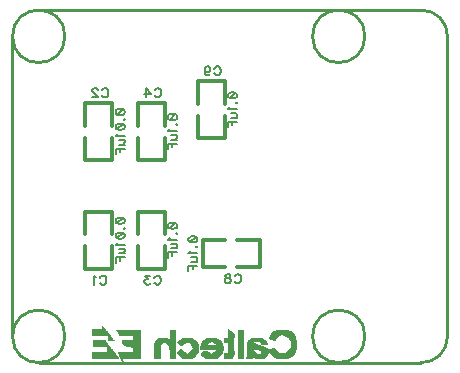
<source format=gbr>
G04 DipTrace 3.3.1.3*
G04 BottomSilk.gbr*
%MOIN*%
G04 #@! TF.FileFunction,Legend,Bot*
G04 #@! TF.Part,Single*
%ADD12C,0.003*%
%ADD16C,0.01*%
%ADD19C,0.012*%
%ADD59C,0.006562*%
%FSLAX26Y26*%
G04*
G70*
G90*
G75*
G01*
G04 BotSilk*
%LPD*%
X345000Y325000D2*
D19*
Y399993D1*
X255000Y325000D2*
Y399993D1*
Y440007D2*
Y515000D1*
X345000Y440007D2*
Y515000D1*
X255000Y325000D2*
X345000D1*
X255000Y515000D2*
X345000D1*
Y687500D2*
Y762493D1*
X255000Y687500D2*
Y762493D1*
Y802507D2*
Y877500D1*
X345000Y802507D2*
Y877500D1*
X255000Y687500D2*
X345000D1*
X255000Y877500D2*
X345000D1*
X520000Y325000D2*
Y399993D1*
X430000Y325000D2*
Y399993D1*
Y440007D2*
Y515000D1*
X520000Y440007D2*
Y515000D1*
X430000Y325000D2*
X520000D1*
X430000Y515000D2*
X520000D1*
Y687500D2*
Y762493D1*
X430000Y687500D2*
Y762493D1*
Y802507D2*
Y877500D1*
X520000Y802507D2*
Y877500D1*
X430000Y687500D2*
X520000D1*
X430000Y877500D2*
X520000D1*
X837500Y420000D2*
X762507D1*
X837500Y330000D2*
X762507D1*
X722493D2*
X647500D1*
X722493Y420000D2*
X647500D1*
X837500Y330000D2*
Y420000D1*
X647500Y330000D2*
Y420000D1*
X630000Y950000D2*
Y875007D1*
X720000Y950000D2*
Y875007D1*
Y834993D2*
Y760000D1*
X630000Y834993D2*
Y760000D1*
X720000Y950000D2*
X630000D1*
X720000Y760000D2*
X630000D1*
X1375000Y1187500D2*
D16*
X100000D1*
X12500Y1100000D2*
G02X12500Y1100000I87500J0D01*
G01*
Y100000D2*
G02X12500Y100000I87500J0D01*
G01*
X1012500D2*
G02X1012500Y100000I87500J0D01*
G01*
Y1100000D2*
G02X1012500Y1100000I87500J0D01*
G01*
X12500D2*
Y100000D1*
X100000Y12500D2*
X1375000D1*
G03X1462500Y100000I2083J85417D01*
G01*
Y1100000D1*
G03X1375000Y1187500I-85417J2083D01*
G01*
X311000Y134500D2*
D12*
D3*
Y131500D2*
X314000D1*
X311000Y128500D2*
X316886D1*
X278000Y125500D2*
X319501D1*
X731000D2*
D3*
X278000Y122500D2*
X321782D1*
X359000D2*
X437000D1*
X536000D2*
X554000D1*
X731000D2*
X734000D1*
X764000D2*
X782000D1*
X893000D2*
X926000D1*
X278000Y119500D2*
X324013D1*
X360848D2*
X437000D1*
X536000D2*
X554000D1*
X731000D2*
X738385D1*
X764000D2*
X782000D1*
X887590D2*
X932795D1*
X278000Y116500D2*
X326490D1*
X362466D2*
X437000D1*
X536000D2*
X554000D1*
X731000D2*
X742246D1*
X764000D2*
X782000D1*
X882847D2*
X938411D1*
X278000Y113500D2*
X329200D1*
X363793D2*
X437000D1*
X536000D2*
X554000D1*
X731000D2*
X745683D1*
X764000D2*
X782000D1*
X878948D2*
X942852D1*
X278000Y110500D2*
X331967D1*
X364978D2*
X437000D1*
X536000D2*
X554000D1*
X731000D2*
X748884D1*
X764000D2*
X782000D1*
X875854D2*
X946521D1*
X278000Y107500D2*
X334532D1*
X366378D2*
X437000D1*
X536000D2*
X554000D1*
X731000D2*
X752000D1*
X764000D2*
X782000D1*
X873468D2*
X949693D1*
X278000Y104500D2*
X336793D1*
X368000D2*
X437000D1*
X536000D2*
X554000D1*
X731000D2*
X750615D1*
X764000D2*
X782000D1*
X871538D2*
X902240D1*
X918809D2*
X952307D1*
X332000Y101500D2*
X339005D1*
X413000D2*
X437000D1*
X536000D2*
X554000D1*
X731000D2*
X749754D1*
X764000D2*
X782000D1*
X869775D2*
X897138D1*
X925213D2*
X954131D1*
X332000Y98500D2*
X341374D1*
X413000D2*
X437000D1*
X536000D2*
X554000D1*
X731000D2*
X749318D1*
X764000D2*
X782000D1*
X867951D2*
X893190D1*
X929828D2*
X955159D1*
X332000Y95500D2*
X343710D1*
X413000D2*
X437000D1*
X500000D2*
X527000D1*
X536000D2*
X554000D1*
X578000D2*
X608000D1*
X659000D2*
X689000D1*
X716000D2*
X749124D1*
X764000D2*
X782000D1*
X809000D2*
X842000D1*
X866000D2*
X890415D1*
X932979D2*
X955653D1*
X332000Y92500D2*
X345839D1*
X413000D2*
X437000D1*
X495729D2*
X554000D1*
X573615D2*
X613410D1*
X654627D2*
X695119D1*
X716000D2*
X749046D1*
X764000D2*
X782000D1*
X804729D2*
X847758D1*
X874625D2*
X888497D1*
X935237D2*
X955867D1*
X332000Y89500D2*
X347891D1*
X413000D2*
X437000D1*
X492264D2*
X554000D1*
X569765D2*
X618153D1*
X650871D2*
X700190D1*
X716000D2*
X749016D1*
X764000D2*
X782000D1*
X801264D2*
X852364D1*
X884000D2*
X887000D1*
X937046D2*
X955951D1*
X281000Y86500D2*
X320000D1*
X332000D2*
X350000D1*
X377000D2*
X437000D1*
X489664D2*
X554000D1*
X566470D2*
X622041D1*
X647829D2*
X704014D1*
X716000D2*
X749006D1*
X764000D2*
X782000D1*
X798664D2*
X855736D1*
X938562D2*
X955983D1*
X281000Y83500D2*
X321974D1*
X377464D2*
X437000D1*
X487740D2*
X554000D1*
X563809D2*
X625040D1*
X645471D2*
X706763D1*
X716000D2*
X749002D1*
X764000D2*
X782000D1*
X796740D2*
X858282D1*
X939716D2*
X955994D1*
X281000Y80500D2*
X324082D1*
X378219D2*
X437000D1*
X486403D2*
X554000D1*
X561605D2*
X627138D1*
X643650D2*
X668552D1*
X682448D2*
X708839D1*
X731000D2*
X749001D1*
X764000D2*
X782000D1*
X795403D2*
X815586D1*
X838448D2*
X859172D1*
X940405D2*
X955998D1*
X281000Y77500D2*
X326513D1*
X379219D2*
X437000D1*
X485638D2*
X509475D1*
X525935D2*
X554000D1*
X563558D2*
X585103D1*
X604874D2*
X628617D1*
X642256D2*
X663604D1*
X687396D2*
X710479D1*
X731000D2*
X749000D1*
X764000D2*
X782000D1*
X794638D2*
X818202D1*
X840396D2*
X859675D1*
X940750D2*
X955999D1*
X281000Y74500D2*
X329207D1*
X380435D2*
X437000D1*
X485265D2*
X507336D1*
X529829D2*
X554000D1*
X567565D2*
X581208D1*
X607384D2*
X629857D1*
X641128D2*
X659000D1*
X692000D2*
X711685D1*
X731000D2*
X749000D1*
X764000D2*
X782000D1*
X794265D2*
X825552D1*
X842000D2*
X860000D1*
X940891D2*
X956000D1*
X281000Y71500D2*
X331969D1*
X384996D2*
X437000D1*
X485103D2*
X505613D1*
X532557D2*
X554000D1*
X572000D2*
X578000D1*
X609280D2*
X630849D1*
X640044D2*
X712394D1*
X731000D2*
X749000D1*
X764000D2*
X782000D1*
X794103D2*
X834711D1*
X940847D2*
X956000D1*
X281000Y68500D2*
X334533D1*
X397728D2*
X437000D1*
X485038D2*
X504356D1*
X534602D2*
X554000D1*
X610759D2*
X631460D1*
X639114D2*
X712746D1*
X731000D2*
X749000D1*
X764000D2*
X782000D1*
X794038D2*
X843826D1*
X940476D2*
X956000D1*
X329000Y65500D2*
X336793D1*
X413000D2*
X437000D1*
X485013D2*
X503622D1*
X535321D2*
X554000D1*
X612298D2*
X631771D1*
X638525D2*
X712901D1*
X731000D2*
X749000D1*
X764000D2*
X782000D1*
X794013D2*
X851493D1*
X939649D2*
X956000D1*
X329000Y62500D2*
X339005D1*
X413000D2*
X437000D1*
X485005D2*
X503260D1*
X535710D2*
X554000D1*
X614000D2*
X631910D1*
X638206D2*
X712963D1*
X731000D2*
X749000D1*
X764000D2*
X782000D1*
X794005D2*
X857631D1*
X881000D2*
X884000D1*
X938383D2*
X956000D1*
X329000Y59500D2*
X341374D1*
X413000D2*
X437000D1*
X485002D2*
X503101D1*
X535887D2*
X554000D1*
X612489D2*
X631955D1*
X638000D2*
X712987D1*
X731000D2*
X749000D1*
X764000D2*
X782000D1*
X794002D2*
X812126D1*
X816557D2*
X863000D1*
X875000D2*
X885986D1*
X936631D2*
X956000D1*
X329000Y56500D2*
X343712D1*
X413000D2*
X437000D1*
X485000D2*
X503037D1*
X535958D2*
X554000D1*
X575000D2*
D3*
X611102D2*
X631871D1*
X695326D2*
X712984D1*
X731000D2*
X749012D1*
X764000D2*
X782000D1*
X794000D2*
X812639D1*
X827934D2*
X888207D1*
X934252D2*
X955988D1*
X329000Y53500D2*
X345866D1*
X413000D2*
X437000D1*
X485000D2*
X503013D1*
X535985D2*
X554000D1*
X569165D2*
X578000D1*
X609220D2*
X631485D1*
X692455D2*
X712870D1*
X731000D2*
X749126D1*
X764000D2*
X782000D1*
X794000D2*
X813611D1*
X836192D2*
X891100D1*
X931151D2*
X955871D1*
X329000Y50500D2*
X348044D1*
X413000D2*
X437000D1*
X485000D2*
X503004D1*
X535995D2*
X554000D1*
X564685D2*
X580206D1*
X606114D2*
X630652D1*
X647000D2*
X656000D1*
X688568D2*
X712383D1*
X731000D2*
X749590D1*
X764000D2*
X782000D1*
X794000D2*
X816330D1*
X842516D2*
X894816D1*
X927290D2*
X955372D1*
X278000Y47500D2*
X350501D1*
X365000D2*
X437000D1*
X485000D2*
X503001D1*
X535998D2*
X554000D1*
X561292D2*
X584760D1*
X601495D2*
X629384D1*
X643331D2*
X663219D1*
X683194D2*
X711259D1*
X731000D2*
X750615D1*
X764000D2*
X782000D1*
X794000D2*
X819910D1*
X842469D2*
X862988D1*
X868897D2*
X899000D1*
X923000D2*
X954154D1*
X278000Y44500D2*
X353204D1*
X365475D2*
X437000D1*
X485000D2*
X503000D1*
X535999D2*
X554000D1*
X562264D2*
X590000D1*
X596000D2*
X627643D1*
X640561D2*
X671000D1*
X677000D2*
X709549D1*
X716000D2*
X752000D1*
X764000D2*
X782000D1*
X794000D2*
X824000D1*
X842000D2*
X862871D1*
X871618D2*
X952155D1*
X278000Y41500D2*
X355968D1*
X366325D2*
X437000D1*
X485000D2*
X503000D1*
X536000D2*
X554000D1*
X564047D2*
X625366D1*
X639755D2*
X707363D1*
X716000D2*
X750489D1*
X764000D2*
X782000D1*
X793988D2*
X862360D1*
X874293D2*
X949527D1*
X278000Y38500D2*
X358530D1*
X367495D2*
X437000D1*
X485000D2*
X503000D1*
X536000D2*
X554000D1*
X566555D2*
X622614D1*
X642611D2*
X704510D1*
X716000D2*
X749127D1*
X764000D2*
X782000D1*
X793874D2*
X861389D1*
X877395D2*
X946204D1*
X278000Y35500D2*
X360766D1*
X368845D2*
X437000D1*
X485000D2*
X503000D1*
X536000D2*
X554000D1*
X569755D2*
X619309D1*
X646810D2*
X700879D1*
X716000D2*
X747482D1*
X764000D2*
X782000D1*
X793410D2*
X858670D1*
X881483D2*
X941727D1*
X278000Y32500D2*
X362865D1*
X370287D2*
X437000D1*
X485000D2*
X503000D1*
X536000D2*
X554000D1*
X573672D2*
X615350D1*
X652515D2*
X696611D1*
X716000D2*
X745362D1*
X764000D2*
X782000D1*
X792385D2*
X812000D1*
X818000D2*
X855090D1*
X887327D2*
X935384D1*
X278000Y29500D2*
X365000D1*
X371761D2*
X437000D1*
X485000D2*
X503000D1*
X536000D2*
X554000D1*
X578000D2*
X611000D1*
X659000D2*
X692000D1*
X716000D2*
X743000D1*
X764000D2*
X782000D1*
X791000D2*
X812000D1*
X824000D2*
X851000D1*
X895484D2*
X926831D1*
X373246Y26500D2*
X377466D1*
X905000D2*
X917000D1*
X374663Y23500D2*
X378235D1*
X375912Y20500D2*
X379135D1*
X377000Y17500D2*
X380000D1*
X311000Y134500D2*
Y131500D1*
Y128500D1*
Y125500D1*
X278000D1*
Y122500D1*
Y119500D1*
Y116500D1*
Y113500D1*
Y110500D1*
Y107500D1*
Y104500D1*
X314000Y131500D2*
X316886Y128500D1*
X319501Y125500D1*
X321782Y122500D1*
X324013Y119500D1*
X326490Y116500D1*
X329200Y113500D1*
X331967Y110500D1*
X334532Y107500D1*
X336793Y104500D1*
X339005Y101500D1*
X341374Y98500D1*
X343710Y95500D1*
X345839Y92500D1*
X347891Y89500D1*
X350000Y86500D1*
X731000Y125500D2*
Y122500D1*
Y119500D1*
Y116500D1*
Y113500D1*
Y110500D1*
Y107500D1*
Y104500D1*
Y101500D1*
Y98500D1*
Y95500D1*
X716000D1*
Y92500D1*
Y89500D1*
Y86500D1*
Y83500D1*
Y80500D1*
X731000D1*
Y77500D1*
Y74500D1*
Y71500D1*
Y68500D1*
Y65500D1*
Y62500D1*
Y59500D1*
Y56500D1*
Y53500D1*
Y50500D1*
Y47500D1*
Y44500D1*
X716000D1*
Y41500D1*
Y38500D1*
Y35500D1*
Y32500D1*
Y29500D1*
X359000Y122500D2*
X360848Y119500D1*
X362466Y116500D1*
X363793Y113500D1*
X364978Y110500D1*
X366378Y107500D1*
X368000Y104500D1*
X437000Y122500D2*
Y119500D1*
Y116500D1*
Y113500D1*
Y110500D1*
Y107500D1*
Y104500D1*
Y101500D1*
Y98500D1*
Y95500D1*
Y92500D1*
Y89500D1*
Y86500D1*
Y83500D1*
Y80500D1*
Y77500D1*
Y74500D1*
Y71500D1*
Y68500D1*
Y65500D1*
Y62500D1*
Y59500D1*
Y56500D1*
Y53500D1*
Y50500D1*
Y47500D1*
Y44500D1*
Y41500D1*
Y38500D1*
Y35500D1*
Y32500D1*
Y29500D1*
X536000Y122500D2*
Y119500D1*
Y116500D1*
Y113500D1*
Y110500D1*
Y107500D1*
Y104500D1*
Y101500D1*
Y98500D1*
Y95500D1*
X554000Y122500D2*
Y119500D1*
Y116500D1*
Y113500D1*
Y110500D1*
Y107500D1*
Y104500D1*
Y101500D1*
Y98500D1*
Y95500D1*
Y92500D1*
Y89500D1*
Y86500D1*
Y83500D1*
Y80500D1*
Y77500D1*
Y74500D1*
Y71500D1*
Y68500D1*
Y65500D1*
Y62500D1*
Y59500D1*
Y56500D1*
Y53500D1*
Y50500D1*
Y47500D1*
Y44500D1*
Y41500D1*
Y38500D1*
Y35500D1*
Y32500D1*
Y29500D1*
X734000Y122500D2*
X738385Y119500D1*
X742246Y116500D1*
X745683Y113500D1*
X748884Y110500D1*
X752000Y107500D1*
X750615Y104500D1*
X749754Y101500D1*
X749318Y98500D1*
X749124Y95500D1*
X749046Y92500D1*
X749016Y89500D1*
X749006Y86500D1*
X749002Y83500D1*
X749001Y80500D1*
X749000Y77500D1*
Y74500D1*
Y71500D1*
Y68500D1*
Y65500D1*
Y62500D1*
Y59500D1*
X749012Y56500D1*
X749126Y53500D1*
X749590Y50500D1*
X750615Y47500D1*
X752000Y44500D1*
X750489Y41500D1*
X749127Y38500D1*
X747482Y35500D1*
X745362Y32500D1*
X743000Y29500D1*
X764000Y122500D2*
Y119500D1*
Y116500D1*
Y113500D1*
Y110500D1*
Y107500D1*
Y104500D1*
Y101500D1*
Y98500D1*
Y95500D1*
Y92500D1*
Y89500D1*
Y86500D1*
Y83500D1*
Y80500D1*
Y77500D1*
Y74500D1*
Y71500D1*
Y68500D1*
Y65500D1*
Y62500D1*
Y59500D1*
Y56500D1*
Y53500D1*
Y50500D1*
Y47500D1*
Y44500D1*
Y41500D1*
Y38500D1*
Y35500D1*
Y32500D1*
Y29500D1*
X782000Y122500D2*
Y119500D1*
Y116500D1*
Y113500D1*
Y110500D1*
Y107500D1*
Y104500D1*
Y101500D1*
Y98500D1*
Y95500D1*
Y92500D1*
Y89500D1*
Y86500D1*
Y83500D1*
Y80500D1*
Y77500D1*
Y74500D1*
Y71500D1*
Y68500D1*
Y65500D1*
Y62500D1*
Y59500D1*
Y56500D1*
Y53500D1*
Y50500D1*
Y47500D1*
Y44500D1*
Y41500D1*
Y38500D1*
Y35500D1*
Y32500D1*
Y29500D1*
X893000Y122500D2*
X887590Y119500D1*
X882847Y116500D1*
X878948Y113500D1*
X875854Y110500D1*
X873468Y107500D1*
X871538Y104500D1*
X869775Y101500D1*
X867951Y98500D1*
X866000Y95500D1*
X874625Y92500D1*
X884000Y89500D1*
X926000Y122500D2*
X932795Y119500D1*
X938411Y116500D1*
X942852Y113500D1*
X946521Y110500D1*
X949693Y107500D1*
X952307Y104500D1*
X954131Y101500D1*
X955159Y98500D1*
X955653Y95500D1*
X955867Y92500D1*
X955951Y89500D1*
X955983Y86500D1*
X955994Y83500D1*
X955998Y80500D1*
X955999Y77500D1*
X956000Y74500D1*
Y71500D1*
Y68500D1*
Y65500D1*
Y62500D1*
Y59500D1*
X955988Y56500D1*
X955871Y53500D1*
X955372Y50500D1*
X954154Y47500D1*
X952155Y44500D1*
X949527Y41500D1*
X946204Y38500D1*
X941727Y35500D1*
X935384Y32500D1*
X926831Y29500D1*
X917000Y26500D1*
X908000Y107500D2*
X902240Y104500D1*
X897138Y101500D1*
X893190Y98500D1*
X890415Y95500D1*
X888497Y92500D1*
X887000Y89500D1*
X911000Y107500D2*
X918809Y104500D1*
X925213Y101500D1*
X929828Y98500D1*
X932979Y95500D1*
X935237Y92500D1*
X937046Y89500D1*
X938562Y86500D1*
X939716Y83500D1*
X940405Y80500D1*
X940750Y77500D1*
X940891Y74500D1*
X940847Y71500D1*
X940476Y68500D1*
X939649Y65500D1*
X938383Y62500D1*
X936631Y59500D1*
X934252Y56500D1*
X931151Y53500D1*
X927290Y50500D1*
X923000Y47500D1*
X332000Y104500D2*
Y101500D1*
Y98500D1*
Y95500D1*
Y92500D1*
Y89500D1*
Y86500D1*
X413000Y104500D2*
Y101500D1*
Y98500D1*
Y95500D1*
Y92500D1*
Y89500D1*
Y86500D1*
X500000Y95500D2*
X495729Y92500D1*
X492264Y89500D1*
X489664Y86500D1*
X487740Y83500D1*
X486403Y80500D1*
X485638Y77500D1*
X485265Y74500D1*
X485103Y71500D1*
X485038Y68500D1*
X485013Y65500D1*
X485005Y62500D1*
X485002Y59500D1*
X485000Y56500D1*
Y53500D1*
Y50500D1*
Y47500D1*
Y44500D1*
Y41500D1*
Y38500D1*
Y35500D1*
Y32500D1*
Y29500D1*
X527000Y95500D2*
X578000D2*
X573615Y92500D1*
X569765Y89500D1*
X566470Y86500D1*
X563809Y83500D1*
X561605Y80500D1*
X563558Y77500D1*
X567565Y74500D1*
X572000Y71500D1*
X608000Y95500D2*
X613410Y92500D1*
X618153Y89500D1*
X622041Y86500D1*
X625040Y83500D1*
X627138Y80500D1*
X628617Y77500D1*
X629857Y74500D1*
X630849Y71500D1*
X631460Y68500D1*
X631771Y65500D1*
X631910Y62500D1*
X631955Y59500D1*
X631871Y56500D1*
X631485Y53500D1*
X630652Y50500D1*
X629384Y47500D1*
X627643Y44500D1*
X625366Y41500D1*
X622614Y38500D1*
X619309Y35500D1*
X615350Y32500D1*
X611000Y29500D1*
X659000Y95500D2*
X654627Y92500D1*
X650871Y89500D1*
X647829Y86500D1*
X645471Y83500D1*
X643650Y80500D1*
X642256Y77500D1*
X641128Y74500D1*
X640044Y71500D1*
X639114Y68500D1*
X638525Y65500D1*
X638206Y62500D1*
X638000Y59500D1*
X689000Y95500D2*
X695119Y92500D1*
X700190Y89500D1*
X704014Y86500D1*
X706763Y83500D1*
X708839Y80500D1*
X710479Y77500D1*
X711685Y74500D1*
X712394Y71500D1*
X712746Y68500D1*
X712901Y65500D1*
X712963Y62500D1*
X712987Y59500D1*
X712984Y56500D1*
X712870Y53500D1*
X712383Y50500D1*
X711259Y47500D1*
X709549Y44500D1*
X707363Y41500D1*
X704510Y38500D1*
X700879Y35500D1*
X696611Y32500D1*
X692000Y29500D1*
X809000Y95500D2*
X804729Y92500D1*
X801264Y89500D1*
X798664Y86500D1*
X796740Y83500D1*
X795403Y80500D1*
X794638Y77500D1*
X794265Y74500D1*
X794103Y71500D1*
X794038Y68500D1*
X794013Y65500D1*
X794005Y62500D1*
X794002Y59500D1*
X794000Y56500D1*
Y53500D1*
Y50500D1*
Y47500D1*
Y44500D1*
X793988Y41500D1*
X793874Y38500D1*
X793410Y35500D1*
X792385Y32500D1*
X791000Y29500D1*
X842000Y95500D2*
X847758Y92500D1*
X852364Y89500D1*
X855736Y86500D1*
X858282Y83500D1*
X859172Y80500D1*
X859675Y77500D1*
X860000Y74500D1*
X281000Y86500D2*
Y83500D1*
Y80500D1*
Y77500D1*
Y74500D1*
Y71500D1*
Y68500D1*
X320000Y86500D2*
X321974Y83500D1*
X324082Y80500D1*
X326513Y77500D1*
X329207Y74500D1*
X331969Y71500D1*
X334533Y68500D1*
X336793Y65500D1*
X339005Y62500D1*
X341374Y59500D1*
X343712Y56500D1*
X345866Y53500D1*
X348044Y50500D1*
X350501Y47500D1*
X353204Y44500D1*
X355968Y41500D1*
X358530Y38500D1*
X360766Y35500D1*
X362865Y32500D1*
X365000Y29500D1*
X377000Y86500D2*
X377464Y83500D1*
X378219Y80500D1*
X379219Y77500D1*
X380435Y74500D1*
X384996Y71500D1*
X397728Y68500D1*
X413000Y65500D1*
Y62500D1*
Y59500D1*
Y56500D1*
Y53500D1*
Y50500D1*
Y47500D1*
X674000Y83500D2*
X668552Y80500D1*
X663604Y77500D1*
X659000Y74500D1*
X677000Y83500D2*
X682448Y80500D1*
X687396Y77500D1*
X692000Y74500D1*
X815000Y83500D2*
X815586Y80500D1*
X818202Y77500D1*
X825552Y74500D1*
X834711Y71500D1*
X843826Y68500D1*
X851493Y65500D1*
X857631Y62500D1*
X863000Y59500D1*
X836000Y83500D2*
X838448Y80500D1*
X840396Y77500D1*
X842000Y74500D1*
X512000Y80500D2*
X509475Y77500D1*
X507336Y74500D1*
X505613Y71500D1*
X504356Y68500D1*
X503622Y65500D1*
X503260Y62500D1*
X503101Y59500D1*
X503037Y56500D1*
X503013Y53500D1*
X503004Y50500D1*
X503001Y47500D1*
X503000Y44500D1*
Y41500D1*
Y38500D1*
Y35500D1*
Y32500D1*
Y29500D1*
X521000Y80500D2*
X525935Y77500D1*
X529829Y74500D1*
X532557Y71500D1*
X534602Y68500D1*
X535321Y65500D1*
X535710Y62500D1*
X535887Y59500D1*
X535958Y56500D1*
X535985Y53500D1*
X535995Y50500D1*
X535998Y47500D1*
X535999Y44500D1*
X536000Y41500D1*
Y38500D1*
Y35500D1*
Y32500D1*
Y29500D1*
X590000Y80500D2*
X585103Y77500D1*
X581208Y74500D1*
X578000Y71500D1*
X602000Y80500D2*
X604874Y77500D1*
X607384Y74500D1*
X609280Y71500D1*
X610759Y68500D1*
X612298Y65500D1*
X614000Y62500D1*
X612489Y59500D1*
X611102Y56500D1*
X609220Y53500D1*
X606114Y50500D1*
X601495Y47500D1*
X596000Y44500D1*
X329000Y68500D2*
Y65500D1*
Y62500D1*
Y59500D1*
Y56500D1*
Y53500D1*
Y50500D1*
Y47500D1*
X881000Y62500D2*
X875000Y59500D1*
X884000Y62500D2*
X885986Y59500D1*
X888207Y56500D1*
X891100Y53500D1*
X894816Y50500D1*
X899000Y47500D1*
X812000Y62500D2*
X812126Y59500D1*
X812639Y56500D1*
X813611Y53500D1*
X816330Y50500D1*
X819910Y47500D1*
X824000Y44500D1*
X803000Y62500D2*
X816557Y59500D1*
X827934Y56500D1*
X836192Y53500D1*
X842516Y50500D1*
X842469Y47500D1*
X842000Y44500D1*
X575000Y56500D2*
X569165Y53500D1*
X564685Y50500D1*
X561292Y47500D1*
X562264Y44500D1*
X564047Y41500D1*
X566555Y38500D1*
X569755Y35500D1*
X573672Y32500D1*
X578000Y29500D1*
X698000Y59500D2*
X695326Y56500D1*
X692455Y53500D1*
X688568Y50500D1*
X683194Y47500D1*
X677000Y44500D1*
X578000Y53500D2*
X580206Y50500D1*
X584760Y47500D1*
X590000Y44500D1*
X647000Y50500D2*
X643331Y47500D1*
X640561Y44500D1*
X639755Y41500D1*
X642611Y38500D1*
X646810Y35500D1*
X652515Y32500D1*
X659000Y29500D1*
X656000Y50500D2*
X663219Y47500D1*
X671000Y44500D1*
X278000Y47500D2*
Y44500D1*
Y41500D1*
Y38500D1*
Y35500D1*
Y32500D1*
Y29500D1*
X365000Y47500D2*
X365475Y44500D1*
X366325Y41500D1*
X367495Y38500D1*
X368845Y35500D1*
X370287Y32500D1*
X371761Y29500D1*
X373246Y26500D1*
X374663Y23500D1*
X375912Y20500D1*
X377000Y17500D1*
X863000Y50500D2*
X862988Y47500D1*
X862871Y44500D1*
X862360Y41500D1*
X861389Y38500D1*
X858670Y35500D1*
X855090Y32500D1*
X851000Y29500D1*
X866000Y50500D2*
X868897Y47500D1*
X871618Y44500D1*
X874293Y41500D1*
X877395Y38500D1*
X881483Y35500D1*
X887327Y32500D1*
X895484Y29500D1*
X905000Y26500D1*
X812000Y35500D2*
Y32500D1*
Y29500D1*
Y35500D2*
X818000Y32500D1*
X824000Y29500D1*
X377000D2*
X377466Y26500D1*
X378235Y23500D1*
X379135Y20500D1*
X380000Y17500D1*
X304399Y295236D2*
D59*
X305825Y298088D1*
X308710Y300973D1*
X311562Y302399D1*
X317299D1*
X320184Y300973D1*
X323036Y298088D1*
X324495Y295236D1*
X325921Y290925D1*
Y283729D1*
X324495Y279451D1*
X323036Y276566D1*
X320184Y273714D1*
X317299Y272255D1*
X311562D1*
X308710Y273714D1*
X305825Y276566D1*
X304399Y279451D1*
X291275Y296629D2*
X288390Y298088D1*
X284079Y302366D1*
Y272255D1*
X356173Y486550D2*
X357599Y490861D1*
X361910Y493747D1*
X369073Y495173D1*
X373384Y495172D1*
X380547Y493747D1*
X384858Y490861D1*
X386284Y486550D1*
Y483699D1*
X384858Y479388D1*
X380547Y476536D1*
X373384Y475076D1*
X369073Y475077D1*
X361910Y476536D1*
X357599Y479388D1*
X356173Y483699D1*
Y486550D1*
X361910Y476536D2*
X380547Y493747D1*
X383399Y460527D2*
X384858Y461953D1*
X386284Y460527D1*
X384858Y459068D1*
X383399Y460527D1*
X356173Y437323D2*
X357599Y441634D1*
X361910Y444519D1*
X369073Y445945D1*
X373384D1*
X380547Y444519D1*
X384858Y441634D1*
X386284Y437323D1*
Y434471D1*
X384858Y430160D1*
X380547Y427308D1*
X373384Y425849D1*
X369073D1*
X361910Y427308D1*
X357599Y430160D1*
X356173Y434471D1*
Y437323D1*
X361910Y427308D2*
X380547Y444519D1*
X361910Y412725D2*
X360451Y409840D1*
X356173Y405529D1*
X386284D1*
X366188Y392406D2*
X380547D1*
X384825Y390980D1*
X386284Y388095D1*
Y383784D1*
X384825Y380932D1*
X380547Y376621D1*
X366188D2*
X386284D1*
X356140Y344828D2*
Y363498D1*
X386284D1*
X370499D2*
Y352024D1*
X310849Y920236D2*
X312275Y923088D1*
X315160Y925973D1*
X318012Y927399D1*
X323749D1*
X326634Y925973D1*
X329486Y923088D1*
X330945Y920236D1*
X332371Y915925D1*
Y908729D1*
X330945Y904451D1*
X329486Y901566D1*
X326634Y898714D1*
X323749Y897255D1*
X318012D1*
X315160Y898714D1*
X312275Y901566D1*
X310849Y904451D1*
X296266Y920203D2*
Y921629D1*
X294840Y924514D1*
X293414Y925940D1*
X290529Y927366D1*
X284792D1*
X281940Y925940D1*
X280514Y924514D1*
X279055Y921629D1*
Y918777D1*
X280514Y915892D1*
X283366Y911614D1*
X297725Y897255D1*
X277629D1*
X356173Y849050D2*
X357599Y853361D1*
X361910Y856247D1*
X369073Y857673D1*
X373384Y857672D1*
X380547Y856247D1*
X384858Y853361D1*
X386284Y849050D1*
Y846199D1*
X384858Y841888D1*
X380547Y839036D1*
X373384Y837576D1*
X369073Y837577D1*
X361910Y839036D1*
X357599Y841888D1*
X356173Y846199D1*
Y849050D1*
X361910Y839036D2*
X380547Y856247D1*
X383399Y823027D2*
X384858Y824453D1*
X386284Y823027D1*
X384858Y821568D1*
X383399Y823027D1*
X356173Y799823D2*
X357599Y804134D1*
X361910Y807019D1*
X369073Y808445D1*
X373384D1*
X380547Y807019D1*
X384858Y804134D1*
X386284Y799823D1*
Y796971D1*
X384858Y792660D1*
X380547Y789808D1*
X373384Y788349D1*
X369073D1*
X361910Y789808D1*
X357599Y792660D1*
X356173Y796971D1*
Y799823D1*
X361910Y789808D2*
X380547Y807019D1*
X361910Y775225D2*
X360451Y772340D1*
X356173Y768029D1*
X386284D1*
X366188Y754906D2*
X380547D1*
X384825Y753480D1*
X386284Y750595D1*
Y746284D1*
X384825Y743432D1*
X380547Y739121D1*
X366188D2*
X386284D1*
X356140Y707328D2*
Y725998D1*
X386284D1*
X370499D2*
Y714524D1*
X485849Y295236D2*
X487275Y298088D1*
X490160Y300973D1*
X493012Y302399D1*
X498749D1*
X501634Y300973D1*
X504486Y298088D1*
X505945Y295236D1*
X507371Y290925D1*
Y283729D1*
X505945Y279451D1*
X504486Y276566D1*
X501634Y273714D1*
X498749Y272255D1*
X493012D1*
X490160Y273714D1*
X487275Y276566D1*
X485849Y279451D1*
X469840Y302366D2*
X454088D1*
X462677Y290892D1*
X458366D1*
X455514Y289466D1*
X454088Y288040D1*
X452629Y283729D1*
Y280877D1*
X454088Y276566D1*
X456940Y273681D1*
X461251Y272255D1*
X465562D1*
X469840Y273681D1*
X471266Y275140D1*
X472725Y277992D1*
X531173Y469941D2*
X532599Y474252D1*
X536910Y477137D1*
X544073Y478563D1*
X548384D1*
X555547Y477137D1*
X559858Y474252D1*
X561284Y469941D1*
Y467089D1*
X559858Y462778D1*
X555547Y459926D1*
X548384Y458467D1*
X544073D1*
X536910Y459926D1*
X532599Y462778D1*
X531173Y467089D1*
Y469941D1*
X536910Y459926D2*
X555547Y477137D1*
X558399Y443918D2*
X559858Y445343D1*
X561284Y443918D1*
X559858Y442458D1*
X558399Y443918D1*
X536910Y429335D2*
X535451Y426450D1*
X531173Y422139D1*
X561284D1*
X541188Y409016D2*
X555547D1*
X559825Y407590D1*
X561284Y404705D1*
Y400394D1*
X559825Y397542D1*
X555547Y393231D1*
X541188D2*
X561284D1*
X531140Y361437D2*
Y380107D1*
X561284D1*
X545499D2*
Y368633D1*
X486562Y920236D2*
X487988Y923088D1*
X490873Y925973D1*
X493725Y927399D1*
X499462D1*
X502347Y925973D1*
X505199Y923088D1*
X506658Y920236D1*
X508084Y915925D1*
Y908729D1*
X506658Y904451D1*
X505199Y901566D1*
X502347Y898714D1*
X499462Y897255D1*
X493725D1*
X490873Y898714D1*
X487988Y901566D1*
X486562Y904451D1*
X459079Y897255D2*
Y927366D1*
X473438Y907303D1*
X451916D1*
X531173Y832441D2*
X532599Y836752D1*
X536910Y839637D1*
X544073Y841063D1*
X548384D1*
X555547Y839637D1*
X559858Y836752D1*
X561284Y832441D1*
Y829589D1*
X559858Y825278D1*
X555547Y822426D1*
X548384Y820967D1*
X544073D1*
X536910Y822426D1*
X532599Y825278D1*
X531173Y829589D1*
Y832441D1*
X536910Y822426D2*
X555547Y839637D1*
X558399Y806418D2*
X559858Y807843D1*
X561284Y806418D1*
X559858Y804958D1*
X558399Y806418D1*
X536910Y791835D2*
X535451Y788950D1*
X531173Y784639D1*
X561284D1*
X541188Y771516D2*
X555547D1*
X559825Y770090D1*
X561284Y767205D1*
Y762894D1*
X559825Y760042D1*
X555547Y755731D1*
X541188D2*
X561284D1*
X531140Y723937D2*
Y742607D1*
X561284D1*
X545499D2*
Y731133D1*
X753332Y300236D2*
X754758Y303088D1*
X757643Y305973D1*
X760495Y307399D1*
X766232D1*
X769117Y305973D1*
X771969Y303088D1*
X773428Y300236D1*
X774854Y295925D1*
Y288729D1*
X773428Y284451D1*
X771969Y281566D1*
X769117Y278714D1*
X766232Y277255D1*
X760495D1*
X757643Y278714D1*
X754758Y281566D1*
X753332Y284451D1*
X733046Y307366D2*
X737324Y305940D1*
X738783Y303088D1*
Y300203D1*
X737324Y297351D1*
X734472Y295892D1*
X728735Y294466D1*
X724424Y293040D1*
X721572Y290155D1*
X720146Y287303D1*
Y282992D1*
X721572Y280140D1*
X722998Y278681D1*
X727309Y277255D1*
X733046D1*
X737324Y278681D1*
X738783Y280140D1*
X740209Y282992D1*
Y287303D1*
X738783Y290155D1*
X735898Y293040D1*
X731620Y294466D1*
X725883Y295892D1*
X722998Y297351D1*
X721572Y300203D1*
Y303088D1*
X722998Y305940D1*
X727309Y307366D1*
X733046D1*
X598673Y424941D2*
X600099Y429252D1*
X604410Y432137D1*
X611573Y433563D1*
X615884D1*
X623047Y432137D1*
X627358Y429252D1*
X628784Y424941D1*
Y422089D1*
X627358Y417778D1*
X623047Y414926D1*
X615884Y413467D1*
X611573D1*
X604410Y414926D1*
X600099Y417778D1*
X598673Y422089D1*
Y424941D1*
X604410Y414926D2*
X623047Y432137D1*
X625899Y398918D2*
X627358Y400343D1*
X628784Y398918D1*
X627358Y397458D1*
X625899Y398918D1*
X604410Y384335D2*
X602951Y381450D1*
X598673Y377139D1*
X628784D1*
X608688Y364016D2*
X623047D1*
X627325Y362590D1*
X628784Y359705D1*
Y355394D1*
X627325Y352542D1*
X623047Y348231D1*
X608688D2*
X628784D1*
X598640Y316437D2*
Y335107D1*
X628784D1*
X612999D2*
Y323633D1*
X685136Y992736D2*
X686562Y995588D1*
X689447Y998473D1*
X692299Y999899D1*
X698036D1*
X700921Y998473D1*
X703773Y995588D1*
X705232Y992736D1*
X706658Y988425D1*
Y981229D1*
X705232Y976951D1*
X703773Y974066D1*
X700921Y971214D1*
X698036Y969755D1*
X692299D1*
X689447Y971214D1*
X686562Y974066D1*
X685136Y976951D1*
X653342Y989851D2*
X654801Y985540D1*
X657653Y982655D1*
X661964Y981229D1*
X663390D1*
X667701Y982655D1*
X670553Y985540D1*
X672012Y989851D1*
Y991277D1*
X670553Y995588D1*
X667701Y998440D1*
X663390Y999866D1*
X661964D1*
X657653Y998440D1*
X654801Y995588D1*
X653342Y989851D1*
Y982655D1*
X654801Y975492D1*
X657653Y971181D1*
X661964Y969755D1*
X664816D1*
X669127Y971181D1*
X670553Y974066D1*
X731173Y904941D2*
X732599Y909252D1*
X736910Y912137D1*
X744073Y913563D1*
X748384D1*
X755547Y912137D1*
X759858Y909252D1*
X761284Y904941D1*
Y902089D1*
X759858Y897778D1*
X755547Y894926D1*
X748384Y893467D1*
X744073D1*
X736910Y894926D1*
X732599Y897778D1*
X731173Y902089D1*
Y904941D1*
X736910Y894926D2*
X755547Y912137D1*
X758399Y878918D2*
X759858Y880343D1*
X761284Y878918D1*
X759858Y877458D1*
X758399Y878918D1*
X736910Y864335D2*
X735451Y861450D1*
X731173Y857139D1*
X761284D1*
X741188Y844016D2*
X755547D1*
X759825Y842590D1*
X761284Y839705D1*
Y835394D1*
X759825Y832542D1*
X755547Y828231D1*
X741188D2*
X761284D1*
X731140Y796437D2*
Y815107D1*
X761284D1*
X745499D2*
Y803633D1*
M02*

</source>
